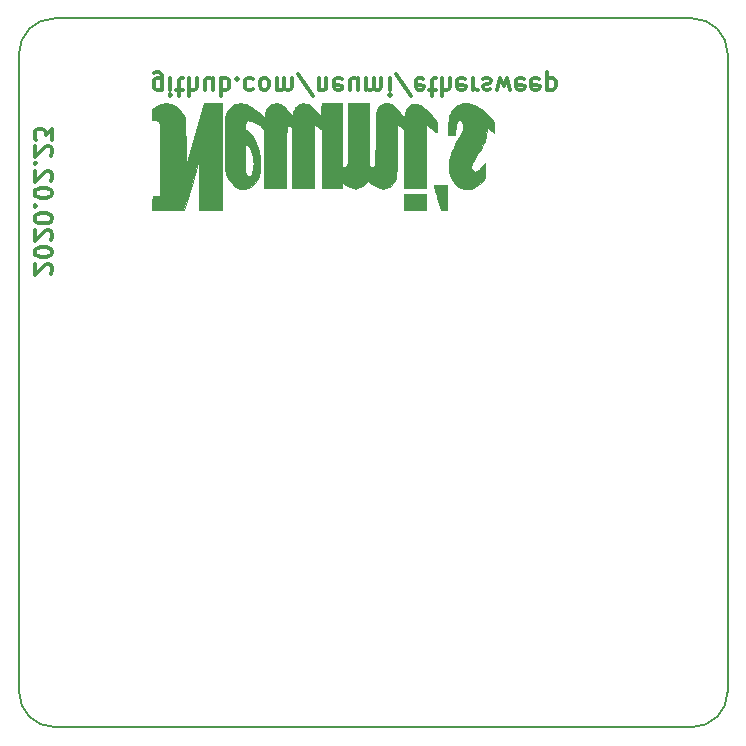
<source format=gbr>
%TF.GenerationSoftware,KiCad,Pcbnew,(5.0.1-3-g963ef8bb5)*%
%TF.CreationDate,2020-02-23T21:28:53+01:00*%
%TF.ProjectId,ethersweep,657468657273776565702E6B69636164,rev?*%
%TF.SameCoordinates,Original*%
%TF.FileFunction,Legend,Bot*%
%TF.FilePolarity,Positive*%
%FSLAX46Y46*%
G04 Gerber Fmt 4.6, Leading zero omitted, Abs format (unit mm)*
G04 Created by KiCad (PCBNEW (5.0.1-3-g963ef8bb5)) date 2020 February 23, Sunday 21:28:53*
%MOMM*%
%LPD*%
G01*
G04 APERTURE LIST*
%ADD10C,0.300000*%
%ADD11C,0.150000*%
%ADD12C,0.200000*%
%ADD13C,0.010000*%
G04 APERTURE END LIST*
D10*
X87178571Y-91142857D02*
X87250000Y-91071428D01*
X87321428Y-90928571D01*
X87321428Y-90571428D01*
X87250000Y-90428571D01*
X87178571Y-90357142D01*
X87035714Y-90285714D01*
X86892857Y-90285714D01*
X86678571Y-90357142D01*
X85821428Y-91214285D01*
X85821428Y-90285714D01*
X87321428Y-89357142D02*
X87321428Y-89214285D01*
X87250000Y-89071428D01*
X87178571Y-89000000D01*
X87035714Y-88928571D01*
X86750000Y-88857142D01*
X86392857Y-88857142D01*
X86107142Y-88928571D01*
X85964285Y-89000000D01*
X85892857Y-89071428D01*
X85821428Y-89214285D01*
X85821428Y-89357142D01*
X85892857Y-89500000D01*
X85964285Y-89571428D01*
X86107142Y-89642857D01*
X86392857Y-89714285D01*
X86750000Y-89714285D01*
X87035714Y-89642857D01*
X87178571Y-89571428D01*
X87250000Y-89500000D01*
X87321428Y-89357142D01*
X87178571Y-88285714D02*
X87250000Y-88214285D01*
X87321428Y-88071428D01*
X87321428Y-87714285D01*
X87250000Y-87571428D01*
X87178571Y-87500000D01*
X87035714Y-87428571D01*
X86892857Y-87428571D01*
X86678571Y-87500000D01*
X85821428Y-88357142D01*
X85821428Y-87428571D01*
X87321428Y-86500000D02*
X87321428Y-86357142D01*
X87250000Y-86214285D01*
X87178571Y-86142857D01*
X87035714Y-86071428D01*
X86750000Y-86000000D01*
X86392857Y-86000000D01*
X86107142Y-86071428D01*
X85964285Y-86142857D01*
X85892857Y-86214285D01*
X85821428Y-86357142D01*
X85821428Y-86500000D01*
X85892857Y-86642857D01*
X85964285Y-86714285D01*
X86107142Y-86785714D01*
X86392857Y-86857142D01*
X86750000Y-86857142D01*
X87035714Y-86785714D01*
X87178571Y-86714285D01*
X87250000Y-86642857D01*
X87321428Y-86500000D01*
X85964285Y-85357142D02*
X85892857Y-85285714D01*
X85821428Y-85357142D01*
X85892857Y-85428571D01*
X85964285Y-85357142D01*
X85821428Y-85357142D01*
X87321428Y-84357142D02*
X87321428Y-84214285D01*
X87250000Y-84071428D01*
X87178571Y-84000000D01*
X87035714Y-83928571D01*
X86750000Y-83857142D01*
X86392857Y-83857142D01*
X86107142Y-83928571D01*
X85964285Y-84000000D01*
X85892857Y-84071428D01*
X85821428Y-84214285D01*
X85821428Y-84357142D01*
X85892857Y-84500000D01*
X85964285Y-84571428D01*
X86107142Y-84642857D01*
X86392857Y-84714285D01*
X86750000Y-84714285D01*
X87035714Y-84642857D01*
X87178571Y-84571428D01*
X87250000Y-84500000D01*
X87321428Y-84357142D01*
X87178571Y-83285714D02*
X87250000Y-83214285D01*
X87321428Y-83071428D01*
X87321428Y-82714285D01*
X87250000Y-82571428D01*
X87178571Y-82500000D01*
X87035714Y-82428571D01*
X86892857Y-82428571D01*
X86678571Y-82500000D01*
X85821428Y-83357142D01*
X85821428Y-82428571D01*
X85964285Y-81785714D02*
X85892857Y-81714285D01*
X85821428Y-81785714D01*
X85892857Y-81857142D01*
X85964285Y-81785714D01*
X85821428Y-81785714D01*
X87178571Y-81142857D02*
X87250000Y-81071428D01*
X87321428Y-80928571D01*
X87321428Y-80571428D01*
X87250000Y-80428571D01*
X87178571Y-80357142D01*
X87035714Y-80285714D01*
X86892857Y-80285714D01*
X86678571Y-80357142D01*
X85821428Y-81214285D01*
X85821428Y-80285714D01*
X87321428Y-79785714D02*
X87321428Y-78857142D01*
X86750000Y-79357142D01*
X86750000Y-79142857D01*
X86678571Y-79000000D01*
X86607142Y-78928571D01*
X86464285Y-78857142D01*
X86107142Y-78857142D01*
X85964285Y-78928571D01*
X85892857Y-79000000D01*
X85821428Y-79142857D01*
X85821428Y-79571428D01*
X85892857Y-79714285D01*
X85964285Y-79785714D01*
X96605397Y-75543108D02*
X96605397Y-74328822D01*
X96533968Y-74185965D01*
X96462540Y-74114537D01*
X96319683Y-74043108D01*
X96105397Y-74043108D01*
X95962540Y-74114537D01*
X96605397Y-74614537D02*
X96462540Y-74543108D01*
X96176826Y-74543108D01*
X96033968Y-74614537D01*
X95962540Y-74685965D01*
X95891111Y-74828822D01*
X95891111Y-75257394D01*
X95962540Y-75400251D01*
X96033968Y-75471680D01*
X96176826Y-75543108D01*
X96462540Y-75543108D01*
X96605397Y-75471680D01*
X97319683Y-74543108D02*
X97319683Y-75543108D01*
X97319683Y-76043108D02*
X97248254Y-75971680D01*
X97319683Y-75900251D01*
X97391111Y-75971680D01*
X97319683Y-76043108D01*
X97319683Y-75900251D01*
X97819683Y-75543108D02*
X98391111Y-75543108D01*
X98033968Y-76043108D02*
X98033968Y-74757394D01*
X98105397Y-74614537D01*
X98248254Y-74543108D01*
X98391111Y-74543108D01*
X98891111Y-74543108D02*
X98891111Y-76043108D01*
X99533968Y-74543108D02*
X99533968Y-75328822D01*
X99462540Y-75471680D01*
X99319683Y-75543108D01*
X99105397Y-75543108D01*
X98962540Y-75471680D01*
X98891111Y-75400251D01*
X100891111Y-75543108D02*
X100891111Y-74543108D01*
X100248254Y-75543108D02*
X100248254Y-74757394D01*
X100319683Y-74614537D01*
X100462540Y-74543108D01*
X100676826Y-74543108D01*
X100819683Y-74614537D01*
X100891111Y-74685965D01*
X101605397Y-74543108D02*
X101605397Y-76043108D01*
X101605397Y-75471680D02*
X101748254Y-75543108D01*
X102033968Y-75543108D01*
X102176826Y-75471680D01*
X102248254Y-75400251D01*
X102319683Y-75257394D01*
X102319683Y-74828822D01*
X102248254Y-74685965D01*
X102176826Y-74614537D01*
X102033968Y-74543108D01*
X101748254Y-74543108D01*
X101605397Y-74614537D01*
X102962540Y-74685965D02*
X103033968Y-74614537D01*
X102962540Y-74543108D01*
X102891111Y-74614537D01*
X102962540Y-74685965D01*
X102962540Y-74543108D01*
X104319683Y-74614537D02*
X104176826Y-74543108D01*
X103891111Y-74543108D01*
X103748254Y-74614537D01*
X103676826Y-74685965D01*
X103605397Y-74828822D01*
X103605397Y-75257394D01*
X103676826Y-75400251D01*
X103748254Y-75471680D01*
X103891111Y-75543108D01*
X104176826Y-75543108D01*
X104319683Y-75471680D01*
X105176826Y-74543108D02*
X105033968Y-74614537D01*
X104962540Y-74685965D01*
X104891111Y-74828822D01*
X104891111Y-75257394D01*
X104962540Y-75400251D01*
X105033968Y-75471680D01*
X105176826Y-75543108D01*
X105391111Y-75543108D01*
X105533968Y-75471680D01*
X105605397Y-75400251D01*
X105676826Y-75257394D01*
X105676826Y-74828822D01*
X105605397Y-74685965D01*
X105533968Y-74614537D01*
X105391111Y-74543108D01*
X105176826Y-74543108D01*
X106319683Y-74543108D02*
X106319683Y-75543108D01*
X106319683Y-75400251D02*
X106391111Y-75471680D01*
X106533968Y-75543108D01*
X106748254Y-75543108D01*
X106891111Y-75471680D01*
X106962540Y-75328822D01*
X106962540Y-74543108D01*
X106962540Y-75328822D02*
X107033968Y-75471680D01*
X107176826Y-75543108D01*
X107391111Y-75543108D01*
X107533968Y-75471680D01*
X107605397Y-75328822D01*
X107605397Y-74543108D01*
X109391111Y-76114537D02*
X108105397Y-74185965D01*
X109891111Y-75543108D02*
X109891111Y-74543108D01*
X109891111Y-75400251D02*
X109962540Y-75471680D01*
X110105397Y-75543108D01*
X110319683Y-75543108D01*
X110462540Y-75471680D01*
X110533968Y-75328822D01*
X110533968Y-74543108D01*
X111819683Y-74614537D02*
X111676826Y-74543108D01*
X111391111Y-74543108D01*
X111248254Y-74614537D01*
X111176826Y-74757394D01*
X111176826Y-75328822D01*
X111248254Y-75471680D01*
X111391111Y-75543108D01*
X111676826Y-75543108D01*
X111819683Y-75471680D01*
X111891111Y-75328822D01*
X111891111Y-75185965D01*
X111176826Y-75043108D01*
X113176826Y-75543108D02*
X113176826Y-74543108D01*
X112533968Y-75543108D02*
X112533968Y-74757394D01*
X112605397Y-74614537D01*
X112748254Y-74543108D01*
X112962540Y-74543108D01*
X113105397Y-74614537D01*
X113176826Y-74685965D01*
X113891111Y-74543108D02*
X113891111Y-75543108D01*
X113891111Y-75400251D02*
X113962540Y-75471680D01*
X114105397Y-75543108D01*
X114319683Y-75543108D01*
X114462540Y-75471680D01*
X114533968Y-75328822D01*
X114533968Y-74543108D01*
X114533968Y-75328822D02*
X114605397Y-75471680D01*
X114748254Y-75543108D01*
X114962540Y-75543108D01*
X115105397Y-75471680D01*
X115176826Y-75328822D01*
X115176826Y-74543108D01*
X115891111Y-74543108D02*
X115891111Y-75543108D01*
X115891111Y-76043108D02*
X115819683Y-75971680D01*
X115891111Y-75900251D01*
X115962540Y-75971680D01*
X115891111Y-76043108D01*
X115891111Y-75900251D01*
X117676826Y-76114537D02*
X116391111Y-74185965D01*
X118748254Y-74614537D02*
X118605397Y-74543108D01*
X118319683Y-74543108D01*
X118176826Y-74614537D01*
X118105397Y-74757394D01*
X118105397Y-75328822D01*
X118176826Y-75471680D01*
X118319683Y-75543108D01*
X118605397Y-75543108D01*
X118748254Y-75471680D01*
X118819683Y-75328822D01*
X118819683Y-75185965D01*
X118105397Y-75043108D01*
X119248254Y-75543108D02*
X119819683Y-75543108D01*
X119462540Y-76043108D02*
X119462540Y-74757394D01*
X119533968Y-74614537D01*
X119676826Y-74543108D01*
X119819683Y-74543108D01*
X120319683Y-74543108D02*
X120319683Y-76043108D01*
X120962540Y-74543108D02*
X120962540Y-75328822D01*
X120891111Y-75471680D01*
X120748254Y-75543108D01*
X120533968Y-75543108D01*
X120391111Y-75471680D01*
X120319683Y-75400251D01*
X122248254Y-74614537D02*
X122105397Y-74543108D01*
X121819683Y-74543108D01*
X121676826Y-74614537D01*
X121605397Y-74757394D01*
X121605397Y-75328822D01*
X121676826Y-75471680D01*
X121819683Y-75543108D01*
X122105397Y-75543108D01*
X122248254Y-75471680D01*
X122319683Y-75328822D01*
X122319683Y-75185965D01*
X121605397Y-75043108D01*
X122962540Y-74543108D02*
X122962540Y-75543108D01*
X122962540Y-75257394D02*
X123033968Y-75400251D01*
X123105397Y-75471680D01*
X123248254Y-75543108D01*
X123391111Y-75543108D01*
X123819683Y-74614537D02*
X123962540Y-74543108D01*
X124248254Y-74543108D01*
X124391111Y-74614537D01*
X124462540Y-74757394D01*
X124462540Y-74828822D01*
X124391111Y-74971680D01*
X124248254Y-75043108D01*
X124033968Y-75043108D01*
X123891111Y-75114537D01*
X123819683Y-75257394D01*
X123819683Y-75328822D01*
X123891111Y-75471680D01*
X124033968Y-75543108D01*
X124248254Y-75543108D01*
X124391111Y-75471680D01*
X124962540Y-75543108D02*
X125248254Y-74543108D01*
X125533968Y-75257394D01*
X125819683Y-74543108D01*
X126105397Y-75543108D01*
X127248254Y-74614537D02*
X127105397Y-74543108D01*
X126819683Y-74543108D01*
X126676826Y-74614537D01*
X126605397Y-74757394D01*
X126605397Y-75328822D01*
X126676826Y-75471680D01*
X126819683Y-75543108D01*
X127105397Y-75543108D01*
X127248254Y-75471680D01*
X127319683Y-75328822D01*
X127319683Y-75185965D01*
X126605397Y-75043108D01*
X128533968Y-74614537D02*
X128391111Y-74543108D01*
X128105397Y-74543108D01*
X127962540Y-74614537D01*
X127891111Y-74757394D01*
X127891111Y-75328822D01*
X127962540Y-75471680D01*
X128105397Y-75543108D01*
X128391111Y-75543108D01*
X128533968Y-75471680D01*
X128605397Y-75328822D01*
X128605397Y-75185965D01*
X127891111Y-75043108D01*
X129248254Y-75543108D02*
X129248254Y-74043108D01*
X129248254Y-75471680D02*
X129391111Y-75543108D01*
X129676826Y-75543108D01*
X129819683Y-75471680D01*
X129891111Y-75400251D01*
X129962540Y-75257394D01*
X129962540Y-74828822D01*
X129891111Y-74685965D01*
X129819683Y-74614537D01*
X129676826Y-74543108D01*
X129391111Y-74543108D01*
X129248254Y-74614537D01*
D11*
X84500000Y-72500000D02*
G75*
G02X87500000Y-69500000I3000000J0D01*
G01*
X87500000Y-129500000D02*
G75*
G02X84500000Y-126500000I0J3000000D01*
G01*
X144500000Y-126500000D02*
G75*
G02X141500000Y-129500000I-3000000J0D01*
G01*
X141500000Y-69500000D02*
G75*
G02X144500000Y-72500000I0J-3000000D01*
G01*
D12*
X84500000Y-126500000D02*
X84500000Y-72500000D01*
X141500000Y-129500000D02*
X87500000Y-129500000D01*
X144500000Y-72500000D02*
X144500000Y-126500000D01*
X87500000Y-69500000D02*
X141500000Y-69500000D01*
D13*
G36*
X118953475Y-85049080D02*
X118944293Y-84380213D01*
X118044545Y-84371205D01*
X117804167Y-84369644D01*
X117586274Y-84369845D01*
X117399964Y-84371670D01*
X117254337Y-84374980D01*
X117158492Y-84379634D01*
X117121678Y-84385316D01*
X117114511Y-84424878D01*
X117108249Y-84521368D01*
X117103258Y-84663985D01*
X117099909Y-84841925D01*
X117098569Y-85044388D01*
X117098559Y-85063191D01*
X117098559Y-85717946D01*
X118030608Y-85717946D01*
X118962658Y-85717947D01*
X118953475Y-85049080D01*
X118953475Y-85049080D01*
G37*
X118953475Y-85049080D02*
X118944293Y-84380213D01*
X118044545Y-84371205D01*
X117804167Y-84369644D01*
X117586274Y-84369845D01*
X117399964Y-84371670D01*
X117254337Y-84374980D01*
X117158492Y-84379634D01*
X117121678Y-84385316D01*
X117114511Y-84424878D01*
X117108249Y-84521368D01*
X117103258Y-84663985D01*
X117099909Y-84841925D01*
X117098569Y-85044388D01*
X117098559Y-85063191D01*
X117098559Y-85717946D01*
X118030608Y-85717946D01*
X118962658Y-85717947D01*
X118953475Y-85049080D01*
G36*
X120722293Y-83618213D02*
X120163493Y-83618213D01*
X119977524Y-83619418D01*
X119817768Y-83622751D01*
X119695387Y-83627794D01*
X119621541Y-83634125D01*
X119604693Y-83639244D01*
X119614127Y-83675648D01*
X119640870Y-83768960D01*
X119682582Y-83911268D01*
X119736923Y-84094659D01*
X119801554Y-84311219D01*
X119874134Y-84553037D01*
X119915137Y-84689110D01*
X120225582Y-85717946D01*
X120722293Y-85717946D01*
X120722293Y-83618213D01*
X120722293Y-83618213D01*
G37*
X120722293Y-83618213D02*
X120163493Y-83618213D01*
X119977524Y-83619418D01*
X119817768Y-83622751D01*
X119695387Y-83627794D01*
X119621541Y-83634125D01*
X119604693Y-83639244D01*
X119614127Y-83675648D01*
X119640870Y-83768960D01*
X119682582Y-83911268D01*
X119736923Y-84094659D01*
X119801554Y-84311219D01*
X119874134Y-84553037D01*
X119915137Y-84689110D01*
X120225582Y-85717946D01*
X120722293Y-85717946D01*
X120722293Y-83618213D01*
G36*
X122808749Y-83905653D02*
X123095341Y-83791269D01*
X123202888Y-83731287D01*
X123390610Y-83602067D01*
X123578503Y-83445683D01*
X123746141Y-83280625D01*
X123873100Y-83125384D01*
X123874577Y-83123245D01*
X123975030Y-82977241D01*
X123965795Y-82363380D01*
X123956559Y-81749518D01*
X123738227Y-82026774D01*
X123563908Y-82229957D01*
X123408171Y-82370917D01*
X123267049Y-82451298D01*
X123136575Y-82472746D01*
X123012782Y-82436906D01*
X122915693Y-82367916D01*
X122854868Y-82308293D01*
X122822055Y-82252236D01*
X122809116Y-82176089D01*
X122807917Y-82056200D01*
X122807937Y-82054650D01*
X122810811Y-81969551D01*
X122819789Y-81893019D01*
X122839077Y-81816404D01*
X122872883Y-81731056D01*
X122925412Y-81628326D01*
X123000871Y-81499564D01*
X123103466Y-81336122D01*
X123237405Y-81129349D01*
X123317429Y-81007031D01*
X123521171Y-80689016D01*
X123686277Y-80413063D01*
X123816896Y-80168726D01*
X123917178Y-79945556D01*
X123991271Y-79733106D01*
X124043325Y-79520930D01*
X124077489Y-79298580D01*
X124097913Y-79055608D01*
X124098823Y-79039586D01*
X124118912Y-78677359D01*
X124413749Y-78929520D01*
X124532356Y-79029416D01*
X124632182Y-79110602D01*
X124702133Y-79164245D01*
X124730506Y-79181680D01*
X124738672Y-79149914D01*
X124745458Y-79063014D01*
X124750233Y-78933573D01*
X124752370Y-78774187D01*
X124752426Y-78742826D01*
X124752426Y-78303973D01*
X124469600Y-77972360D01*
X124118930Y-77595738D01*
X123760970Y-77278776D01*
X123398640Y-77023589D01*
X123034857Y-76832295D01*
X122756556Y-76730156D01*
X122536272Y-76688708D01*
X122288979Y-76680634D01*
X122046377Y-76705535D01*
X121900774Y-76740936D01*
X121643627Y-76844844D01*
X121433435Y-76981538D01*
X121258381Y-77161438D01*
X121106647Y-77394962D01*
X121062407Y-77480054D01*
X120949556Y-77761294D01*
X120870960Y-78083625D01*
X120825746Y-78452643D01*
X120813041Y-78873943D01*
X120816744Y-79054680D01*
X120826530Y-79351013D01*
X121423765Y-79351013D01*
X121441949Y-79003880D01*
X121472651Y-78712944D01*
X121530837Y-78473477D01*
X121615149Y-78290089D01*
X121675008Y-78211744D01*
X121771405Y-78143016D01*
X121865977Y-78135615D01*
X121952823Y-78183256D01*
X122026038Y-78279657D01*
X122079721Y-78418533D01*
X122107967Y-78593601D01*
X122110826Y-78675677D01*
X122109711Y-78735607D01*
X122104242Y-78792214D01*
X122091230Y-78853098D01*
X122067487Y-78925854D01*
X122029823Y-79018080D01*
X121975050Y-79137374D01*
X121899980Y-79291333D01*
X121801425Y-79487555D01*
X121676195Y-79733636D01*
X121623557Y-79836698D01*
X121454455Y-80169481D01*
X121314490Y-80450440D01*
X121200817Y-80687461D01*
X121110590Y-80888426D01*
X121040965Y-81061221D01*
X120989096Y-81213729D01*
X120952140Y-81353836D01*
X120927250Y-81489424D01*
X120911582Y-81628379D01*
X120902292Y-81778584D01*
X120899760Y-81842556D01*
X120900260Y-82208874D01*
X120932252Y-82524634D01*
X120999610Y-82801126D01*
X121106209Y-83049641D01*
X121255924Y-83281468D01*
X121452629Y-83507898D01*
X121481282Y-83536953D01*
X121622112Y-83672619D01*
X121736043Y-83767766D01*
X121839155Y-83834222D01*
X121947528Y-83883818D01*
X121958426Y-83887986D01*
X122230364Y-83955261D01*
X122517114Y-83960733D01*
X122808749Y-83905653D01*
X122808749Y-83905653D01*
G37*
X122808749Y-83905653D02*
X123095341Y-83791269D01*
X123202888Y-83731287D01*
X123390610Y-83602067D01*
X123578503Y-83445683D01*
X123746141Y-83280625D01*
X123873100Y-83125384D01*
X123874577Y-83123245D01*
X123975030Y-82977241D01*
X123965795Y-82363380D01*
X123956559Y-81749518D01*
X123738227Y-82026774D01*
X123563908Y-82229957D01*
X123408171Y-82370917D01*
X123267049Y-82451298D01*
X123136575Y-82472746D01*
X123012782Y-82436906D01*
X122915693Y-82367916D01*
X122854868Y-82308293D01*
X122822055Y-82252236D01*
X122809116Y-82176089D01*
X122807917Y-82056200D01*
X122807937Y-82054650D01*
X122810811Y-81969551D01*
X122819789Y-81893019D01*
X122839077Y-81816404D01*
X122872883Y-81731056D01*
X122925412Y-81628326D01*
X123000871Y-81499564D01*
X123103466Y-81336122D01*
X123237405Y-81129349D01*
X123317429Y-81007031D01*
X123521171Y-80689016D01*
X123686277Y-80413063D01*
X123816896Y-80168726D01*
X123917178Y-79945556D01*
X123991271Y-79733106D01*
X124043325Y-79520930D01*
X124077489Y-79298580D01*
X124097913Y-79055608D01*
X124098823Y-79039586D01*
X124118912Y-78677359D01*
X124413749Y-78929520D01*
X124532356Y-79029416D01*
X124632182Y-79110602D01*
X124702133Y-79164245D01*
X124730506Y-79181680D01*
X124738672Y-79149914D01*
X124745458Y-79063014D01*
X124750233Y-78933573D01*
X124752370Y-78774187D01*
X124752426Y-78742826D01*
X124752426Y-78303973D01*
X124469600Y-77972360D01*
X124118930Y-77595738D01*
X123760970Y-77278776D01*
X123398640Y-77023589D01*
X123034857Y-76832295D01*
X122756556Y-76730156D01*
X122536272Y-76688708D01*
X122288979Y-76680634D01*
X122046377Y-76705535D01*
X121900774Y-76740936D01*
X121643627Y-76844844D01*
X121433435Y-76981538D01*
X121258381Y-77161438D01*
X121106647Y-77394962D01*
X121062407Y-77480054D01*
X120949556Y-77761294D01*
X120870960Y-78083625D01*
X120825746Y-78452643D01*
X120813041Y-78873943D01*
X120816744Y-79054680D01*
X120826530Y-79351013D01*
X121423765Y-79351013D01*
X121441949Y-79003880D01*
X121472651Y-78712944D01*
X121530837Y-78473477D01*
X121615149Y-78290089D01*
X121675008Y-78211744D01*
X121771405Y-78143016D01*
X121865977Y-78135615D01*
X121952823Y-78183256D01*
X122026038Y-78279657D01*
X122079721Y-78418533D01*
X122107967Y-78593601D01*
X122110826Y-78675677D01*
X122109711Y-78735607D01*
X122104242Y-78792214D01*
X122091230Y-78853098D01*
X122067487Y-78925854D01*
X122029823Y-79018080D01*
X121975050Y-79137374D01*
X121899980Y-79291333D01*
X121801425Y-79487555D01*
X121676195Y-79733636D01*
X121623557Y-79836698D01*
X121454455Y-80169481D01*
X121314490Y-80450440D01*
X121200817Y-80687461D01*
X121110590Y-80888426D01*
X121040965Y-81061221D01*
X120989096Y-81213729D01*
X120952140Y-81353836D01*
X120927250Y-81489424D01*
X120911582Y-81628379D01*
X120902292Y-81778584D01*
X120899760Y-81842556D01*
X120900260Y-82208874D01*
X120932252Y-82524634D01*
X120999610Y-82801126D01*
X121106209Y-83049641D01*
X121255924Y-83281468D01*
X121452629Y-83507898D01*
X121481282Y-83536953D01*
X121622112Y-83672619D01*
X121736043Y-83767766D01*
X121839155Y-83834222D01*
X121947528Y-83883818D01*
X121958426Y-83887986D01*
X122230364Y-83955261D01*
X122517114Y-83960733D01*
X122808749Y-83905653D01*
G36*
X103603523Y-83937050D02*
X103716260Y-83924252D01*
X103817205Y-83895387D01*
X103934278Y-83844294D01*
X103976008Y-83824058D01*
X104245422Y-83654819D01*
X104476568Y-83432160D01*
X104665656Y-83160962D01*
X104808899Y-82846105D01*
X104858645Y-82686880D01*
X104888393Y-82534643D01*
X104911346Y-82332412D01*
X104926936Y-82097640D01*
X104934592Y-81847780D01*
X104933746Y-81600286D01*
X104923829Y-81372608D01*
X104907071Y-81201950D01*
X104836966Y-80826838D01*
X104730165Y-80442045D01*
X104593998Y-80068583D01*
X104435800Y-79727463D01*
X104324734Y-79533198D01*
X104199873Y-79360179D01*
X104052289Y-79196544D01*
X103898710Y-79058817D01*
X103755860Y-78963516D01*
X103739924Y-78955568D01*
X103619626Y-78898201D01*
X103619626Y-78666320D01*
X103635289Y-78455937D01*
X103681037Y-78295213D01*
X103755004Y-78189605D01*
X103791051Y-78164560D01*
X103915237Y-78134500D01*
X104076494Y-78152950D01*
X104267860Y-78216951D01*
X104482371Y-78323548D01*
X104713063Y-78469784D01*
X104952973Y-78652703D01*
X104965826Y-78663375D01*
X105279093Y-78924606D01*
X105279093Y-83855280D01*
X107141759Y-83855280D01*
X107141759Y-80837410D01*
X107141971Y-80407665D01*
X107142714Y-80036939D01*
X107144307Y-79720876D01*
X107147070Y-79455119D01*
X107151320Y-79235312D01*
X107157378Y-79057096D01*
X107165562Y-78916116D01*
X107176192Y-78808015D01*
X107189586Y-78728436D01*
X107206063Y-78673021D01*
X107225943Y-78637415D01*
X107249543Y-78617260D01*
X107277185Y-78608199D01*
X107309185Y-78605877D01*
X107341262Y-78605946D01*
X107436779Y-78627094D01*
X107526659Y-78676138D01*
X107615893Y-78746329D01*
X107615893Y-83855280D01*
X109478559Y-83855280D01*
X109478559Y-81198745D01*
X109478879Y-80780703D01*
X109479807Y-80382486D01*
X109481292Y-80009256D01*
X109483285Y-79666173D01*
X109485737Y-79358397D01*
X109488597Y-79091088D01*
X109491816Y-78869408D01*
X109495344Y-78698515D01*
X109499132Y-78583571D01*
X109503129Y-78529736D01*
X109504295Y-78526305D01*
X109562834Y-78526998D01*
X109657606Y-78570662D01*
X109778176Y-78651181D01*
X109914107Y-78762436D01*
X109927292Y-78774249D01*
X110122026Y-78950031D01*
X110122026Y-83889147D01*
X111815359Y-83889147D01*
X111815359Y-83635146D01*
X111817833Y-83513730D01*
X111824377Y-83423915D01*
X111833675Y-83382254D01*
X111835562Y-83381146D01*
X111869619Y-83401855D01*
X111938049Y-83455757D01*
X112013362Y-83520141D01*
X112239073Y-83685027D01*
X112488293Y-83807830D01*
X112745900Y-83883533D01*
X112996770Y-83907121D01*
X113139821Y-83893812D01*
X113399085Y-83817735D01*
X113631195Y-83689702D01*
X113824518Y-83517881D01*
X113965531Y-83314112D01*
X114019802Y-83209164D01*
X114259741Y-83428153D01*
X114524263Y-83636454D01*
X114793374Y-83786091D01*
X115061618Y-83877170D01*
X115323540Y-83909801D01*
X115573686Y-83884093D01*
X115806600Y-83800152D01*
X116016826Y-83658089D01*
X116198911Y-83458010D01*
X116245974Y-83388677D01*
X116289311Y-83320262D01*
X116326653Y-83257870D01*
X116358472Y-83196104D01*
X116385239Y-83129567D01*
X116407424Y-83052860D01*
X116425499Y-82960588D01*
X116439934Y-82847353D01*
X116451201Y-82707757D01*
X116459770Y-82536403D01*
X116466113Y-82327894D01*
X116470700Y-82076833D01*
X116474003Y-81777822D01*
X116476492Y-81425465D01*
X116478639Y-81014363D01*
X116480109Y-80705680D01*
X116482143Y-80329417D01*
X116484530Y-79972741D01*
X116487201Y-79641497D01*
X116490087Y-79341529D01*
X116493119Y-79078682D01*
X116496228Y-78858799D01*
X116499344Y-78687725D01*
X116502400Y-78571305D01*
X116505326Y-78515383D01*
X116505996Y-78511629D01*
X116543911Y-78490812D01*
X116623077Y-78522125D01*
X116742321Y-78604890D01*
X116900474Y-78738432D01*
X116903826Y-78741436D01*
X117098559Y-78916164D01*
X117098559Y-83889147D01*
X118961226Y-83889147D01*
X118961226Y-81219324D01*
X118961489Y-80800060D01*
X118962251Y-80400496D01*
X118963470Y-80025793D01*
X118965107Y-79681111D01*
X118967121Y-79371612D01*
X118969471Y-79102457D01*
X118972116Y-78878806D01*
X118975015Y-78705820D01*
X118978129Y-78588661D01*
X118981415Y-78532489D01*
X118982453Y-78528275D01*
X119031103Y-78526151D01*
X119120942Y-78570557D01*
X119247134Y-78658331D01*
X119404838Y-78786312D01*
X119486159Y-78857393D01*
X119638458Y-78994621D01*
X119745261Y-79087751D01*
X119814540Y-79134263D01*
X119854267Y-79131640D01*
X119872416Y-79077364D01*
X119876958Y-78968917D01*
X119875865Y-78803780D01*
X119875626Y-78734377D01*
X119875626Y-78278780D01*
X119524009Y-77841230D01*
X119275052Y-77542825D01*
X119042353Y-77286716D01*
X118829951Y-77076832D01*
X118641884Y-76917106D01*
X118482190Y-76811468D01*
X118449127Y-76794876D01*
X118218052Y-76720644D01*
X117991586Y-76711297D01*
X117776349Y-76764017D01*
X117578959Y-76875985D01*
X117406034Y-77044384D01*
X117264194Y-77266394D01*
X117244260Y-77307933D01*
X117192811Y-77444577D01*
X117153874Y-77592018D01*
X117143356Y-77655066D01*
X117127348Y-77752402D01*
X117108491Y-77814729D01*
X117097657Y-77827013D01*
X117066306Y-77802425D01*
X117004282Y-77736767D01*
X116922800Y-77642195D01*
X116886798Y-77598413D01*
X116691766Y-77369738D01*
X116497370Y-77163424D01*
X116312585Y-76987965D01*
X116146384Y-76851857D01*
X116007741Y-76763594D01*
X116001840Y-76760661D01*
X115888737Y-76710457D01*
X115791527Y-76684393D01*
X115680297Y-76676981D01*
X115565254Y-76680584D01*
X115424629Y-76691651D01*
X115325657Y-76712945D01*
X115242297Y-76752379D01*
X115172584Y-76799923D01*
X115011641Y-76941971D01*
X114886866Y-77111028D01*
X114787101Y-77317204D01*
X114771707Y-77356324D01*
X114758495Y-77395450D01*
X114747253Y-77439926D01*
X114737769Y-77495093D01*
X114729829Y-77566293D01*
X114723222Y-77658868D01*
X114717734Y-77778159D01*
X114713154Y-77929510D01*
X114709268Y-78118261D01*
X114705863Y-78349755D01*
X114702728Y-78629334D01*
X114699650Y-78962339D01*
X114696415Y-79354112D01*
X114694026Y-79655813D01*
X114690534Y-80096809D01*
X114687287Y-80475263D01*
X114683933Y-80796363D01*
X114680117Y-81065299D01*
X114675487Y-81287260D01*
X114669688Y-81467433D01*
X114662369Y-81611007D01*
X114653174Y-81723173D01*
X114641752Y-81809117D01*
X114627749Y-81874029D01*
X114610811Y-81923097D01*
X114590586Y-81961511D01*
X114566719Y-81994459D01*
X114538858Y-82027129D01*
X114532025Y-82034946D01*
X114461618Y-82074801D01*
X114358116Y-82093442D01*
X114253661Y-82087868D01*
X114194699Y-82066424D01*
X114186607Y-82047432D01*
X114179432Y-81998921D01*
X114173105Y-81917255D01*
X114167558Y-81798796D01*
X114162723Y-81639909D01*
X114158530Y-81436957D01*
X114154913Y-81186303D01*
X114151802Y-80884310D01*
X114149129Y-80527342D01*
X114146826Y-80111762D01*
X114144823Y-79633934D01*
X114143899Y-79366076D01*
X114135226Y-76692480D01*
X113247049Y-76683452D01*
X112358872Y-76674425D01*
X112349582Y-79240386D01*
X112347814Y-79718220D01*
X112346117Y-80133025D01*
X112344354Y-80489504D01*
X112342386Y-80792362D01*
X112340075Y-81046303D01*
X112337284Y-81256030D01*
X112333875Y-81426247D01*
X112329709Y-81561659D01*
X112324648Y-81666968D01*
X112318556Y-81746880D01*
X112311292Y-81806097D01*
X112302721Y-81849323D01*
X112292704Y-81881264D01*
X112281102Y-81906621D01*
X112270850Y-81924880D01*
X112175073Y-82044938D01*
X112067245Y-82103799D01*
X111953541Y-82098562D01*
X111925426Y-82087140D01*
X111832292Y-82042505D01*
X111823622Y-79359026D01*
X111814951Y-76675546D01*
X110123554Y-76675546D01*
X110114323Y-77284091D01*
X110105092Y-77892635D01*
X109890901Y-77626033D01*
X109681878Y-77380480D01*
X109474691Y-77164641D01*
X109277758Y-76986284D01*
X109099494Y-76853178D01*
X108982223Y-76787311D01*
X108746706Y-76712831D01*
X108512401Y-76701115D01*
X108289192Y-76749973D01*
X108086963Y-76857218D01*
X107915600Y-77020660D01*
X107912850Y-77024116D01*
X107842044Y-77133853D01*
X107771191Y-77276889D01*
X107709432Y-77430522D01*
X107665909Y-77572050D01*
X107649759Y-77677439D01*
X107643621Y-77706552D01*
X107620915Y-77703861D01*
X107575204Y-77663849D01*
X107500051Y-77580995D01*
X107401082Y-77464232D01*
X107189119Y-77220543D01*
X107002931Y-77030408D01*
X106834704Y-76888561D01*
X106676625Y-76789738D01*
X106520881Y-76728672D01*
X106359659Y-76700100D01*
X106261530Y-76696337D01*
X106081037Y-76709804D01*
X105939256Y-76751896D01*
X105905626Y-76768174D01*
X105707400Y-76908744D01*
X105542251Y-77100082D01*
X105417559Y-77330282D01*
X105340705Y-77587442D01*
X105323925Y-77706294D01*
X105302954Y-77930873D01*
X105053963Y-77679449D01*
X104874780Y-77514086D01*
X104661529Y-77342110D01*
X104429279Y-77173698D01*
X104193097Y-77019030D01*
X103968052Y-76888285D01*
X103769212Y-76791640D01*
X103699542Y-76764511D01*
X103529498Y-76721893D01*
X103331740Y-76698281D01*
X103138866Y-76696229D01*
X103014487Y-76710886D01*
X102784814Y-76786802D01*
X102559944Y-76913310D01*
X102357052Y-77077307D01*
X102193313Y-77265689D01*
X102114924Y-77397242D01*
X102077586Y-77475082D01*
X102045432Y-77547189D01*
X102018104Y-77619043D01*
X101995243Y-77696122D01*
X101976492Y-77783907D01*
X101961491Y-77887876D01*
X101949882Y-78013508D01*
X101941306Y-78166282D01*
X101935404Y-78351677D01*
X101931818Y-78575173D01*
X101930190Y-78842248D01*
X101930160Y-79158382D01*
X101931370Y-79529053D01*
X101933462Y-79959741D01*
X101934486Y-80154065D01*
X101936840Y-80589975D01*
X101939066Y-80963632D01*
X101941364Y-81280518D01*
X101941547Y-81299434D01*
X103619626Y-81299434D01*
X103620333Y-81025636D01*
X103622344Y-80774610D01*
X103625491Y-80554072D01*
X103629607Y-80371736D01*
X103634523Y-80235318D01*
X103640072Y-80152530D01*
X103645026Y-80130073D01*
X103688276Y-80146318D01*
X103761916Y-80186130D01*
X103776570Y-80194923D01*
X103915843Y-80314896D01*
X104042522Y-80492155D01*
X104153100Y-80716865D01*
X104244073Y-80979190D01*
X104311935Y-81269295D01*
X104353180Y-81577345D01*
X104364693Y-81844974D01*
X104353332Y-82113706D01*
X104320771Y-82351224D01*
X104269286Y-82547523D01*
X104201156Y-82692600D01*
X104159817Y-82744566D01*
X104045375Y-82821268D01*
X103925791Y-82834849D01*
X103812582Y-82784615D01*
X103791613Y-82766750D01*
X103747815Y-82723260D01*
X103712149Y-82677755D01*
X103683783Y-82623129D01*
X103661883Y-82552278D01*
X103645617Y-82458097D01*
X103634151Y-82333480D01*
X103626653Y-82171322D01*
X103622291Y-81964518D01*
X103620231Y-81705964D01*
X103619641Y-81388554D01*
X103619626Y-81299434D01*
X101941547Y-81299434D01*
X101943935Y-81546114D01*
X101946980Y-81765898D01*
X101950700Y-81945353D01*
X101955296Y-82089957D01*
X101960970Y-82205193D01*
X101967921Y-82296540D01*
X101976352Y-82369480D01*
X101986463Y-82429491D01*
X101998455Y-82482055D01*
X102012528Y-82532653D01*
X102022991Y-82567420D01*
X102149465Y-82903777D01*
X102311597Y-83207089D01*
X102503238Y-83469046D01*
X102718237Y-83681338D01*
X102950445Y-83835655D01*
X102968120Y-83844532D01*
X103079169Y-83894038D01*
X103179265Y-83922995D01*
X103294587Y-83936574D01*
X103451075Y-83939947D01*
X103603523Y-83937050D01*
X103603523Y-83937050D01*
G37*
X103603523Y-83937050D02*
X103716260Y-83924252D01*
X103817205Y-83895387D01*
X103934278Y-83844294D01*
X103976008Y-83824058D01*
X104245422Y-83654819D01*
X104476568Y-83432160D01*
X104665656Y-83160962D01*
X104808899Y-82846105D01*
X104858645Y-82686880D01*
X104888393Y-82534643D01*
X104911346Y-82332412D01*
X104926936Y-82097640D01*
X104934592Y-81847780D01*
X104933746Y-81600286D01*
X104923829Y-81372608D01*
X104907071Y-81201950D01*
X104836966Y-80826838D01*
X104730165Y-80442045D01*
X104593998Y-80068583D01*
X104435800Y-79727463D01*
X104324734Y-79533198D01*
X104199873Y-79360179D01*
X104052289Y-79196544D01*
X103898710Y-79058817D01*
X103755860Y-78963516D01*
X103739924Y-78955568D01*
X103619626Y-78898201D01*
X103619626Y-78666320D01*
X103635289Y-78455937D01*
X103681037Y-78295213D01*
X103755004Y-78189605D01*
X103791051Y-78164560D01*
X103915237Y-78134500D01*
X104076494Y-78152950D01*
X104267860Y-78216951D01*
X104482371Y-78323548D01*
X104713063Y-78469784D01*
X104952973Y-78652703D01*
X104965826Y-78663375D01*
X105279093Y-78924606D01*
X105279093Y-83855280D01*
X107141759Y-83855280D01*
X107141759Y-80837410D01*
X107141971Y-80407665D01*
X107142714Y-80036939D01*
X107144307Y-79720876D01*
X107147070Y-79455119D01*
X107151320Y-79235312D01*
X107157378Y-79057096D01*
X107165562Y-78916116D01*
X107176192Y-78808015D01*
X107189586Y-78728436D01*
X107206063Y-78673021D01*
X107225943Y-78637415D01*
X107249543Y-78617260D01*
X107277185Y-78608199D01*
X107309185Y-78605877D01*
X107341262Y-78605946D01*
X107436779Y-78627094D01*
X107526659Y-78676138D01*
X107615893Y-78746329D01*
X107615893Y-83855280D01*
X109478559Y-83855280D01*
X109478559Y-81198745D01*
X109478879Y-80780703D01*
X109479807Y-80382486D01*
X109481292Y-80009256D01*
X109483285Y-79666173D01*
X109485737Y-79358397D01*
X109488597Y-79091088D01*
X109491816Y-78869408D01*
X109495344Y-78698515D01*
X109499132Y-78583571D01*
X109503129Y-78529736D01*
X109504295Y-78526305D01*
X109562834Y-78526998D01*
X109657606Y-78570662D01*
X109778176Y-78651181D01*
X109914107Y-78762436D01*
X109927292Y-78774249D01*
X110122026Y-78950031D01*
X110122026Y-83889147D01*
X111815359Y-83889147D01*
X111815359Y-83635146D01*
X111817833Y-83513730D01*
X111824377Y-83423915D01*
X111833675Y-83382254D01*
X111835562Y-83381146D01*
X111869619Y-83401855D01*
X111938049Y-83455757D01*
X112013362Y-83520141D01*
X112239073Y-83685027D01*
X112488293Y-83807830D01*
X112745900Y-83883533D01*
X112996770Y-83907121D01*
X113139821Y-83893812D01*
X113399085Y-83817735D01*
X113631195Y-83689702D01*
X113824518Y-83517881D01*
X113965531Y-83314112D01*
X114019802Y-83209164D01*
X114259741Y-83428153D01*
X114524263Y-83636454D01*
X114793374Y-83786091D01*
X115061618Y-83877170D01*
X115323540Y-83909801D01*
X115573686Y-83884093D01*
X115806600Y-83800152D01*
X116016826Y-83658089D01*
X116198911Y-83458010D01*
X116245974Y-83388677D01*
X116289311Y-83320262D01*
X116326653Y-83257870D01*
X116358472Y-83196104D01*
X116385239Y-83129567D01*
X116407424Y-83052860D01*
X116425499Y-82960588D01*
X116439934Y-82847353D01*
X116451201Y-82707757D01*
X116459770Y-82536403D01*
X116466113Y-82327894D01*
X116470700Y-82076833D01*
X116474003Y-81777822D01*
X116476492Y-81425465D01*
X116478639Y-81014363D01*
X116480109Y-80705680D01*
X116482143Y-80329417D01*
X116484530Y-79972741D01*
X116487201Y-79641497D01*
X116490087Y-79341529D01*
X116493119Y-79078682D01*
X116496228Y-78858799D01*
X116499344Y-78687725D01*
X116502400Y-78571305D01*
X116505326Y-78515383D01*
X116505996Y-78511629D01*
X116543911Y-78490812D01*
X116623077Y-78522125D01*
X116742321Y-78604890D01*
X116900474Y-78738432D01*
X116903826Y-78741436D01*
X117098559Y-78916164D01*
X117098559Y-83889147D01*
X118961226Y-83889147D01*
X118961226Y-81219324D01*
X118961489Y-80800060D01*
X118962251Y-80400496D01*
X118963470Y-80025793D01*
X118965107Y-79681111D01*
X118967121Y-79371612D01*
X118969471Y-79102457D01*
X118972116Y-78878806D01*
X118975015Y-78705820D01*
X118978129Y-78588661D01*
X118981415Y-78532489D01*
X118982453Y-78528275D01*
X119031103Y-78526151D01*
X119120942Y-78570557D01*
X119247134Y-78658331D01*
X119404838Y-78786312D01*
X119486159Y-78857393D01*
X119638458Y-78994621D01*
X119745261Y-79087751D01*
X119814540Y-79134263D01*
X119854267Y-79131640D01*
X119872416Y-79077364D01*
X119876958Y-78968917D01*
X119875865Y-78803780D01*
X119875626Y-78734377D01*
X119875626Y-78278780D01*
X119524009Y-77841230D01*
X119275052Y-77542825D01*
X119042353Y-77286716D01*
X118829951Y-77076832D01*
X118641884Y-76917106D01*
X118482190Y-76811468D01*
X118449127Y-76794876D01*
X118218052Y-76720644D01*
X117991586Y-76711297D01*
X117776349Y-76764017D01*
X117578959Y-76875985D01*
X117406034Y-77044384D01*
X117264194Y-77266394D01*
X117244260Y-77307933D01*
X117192811Y-77444577D01*
X117153874Y-77592018D01*
X117143356Y-77655066D01*
X117127348Y-77752402D01*
X117108491Y-77814729D01*
X117097657Y-77827013D01*
X117066306Y-77802425D01*
X117004282Y-77736767D01*
X116922800Y-77642195D01*
X116886798Y-77598413D01*
X116691766Y-77369738D01*
X116497370Y-77163424D01*
X116312585Y-76987965D01*
X116146384Y-76851857D01*
X116007741Y-76763594D01*
X116001840Y-76760661D01*
X115888737Y-76710457D01*
X115791527Y-76684393D01*
X115680297Y-76676981D01*
X115565254Y-76680584D01*
X115424629Y-76691651D01*
X115325657Y-76712945D01*
X115242297Y-76752379D01*
X115172584Y-76799923D01*
X115011641Y-76941971D01*
X114886866Y-77111028D01*
X114787101Y-77317204D01*
X114771707Y-77356324D01*
X114758495Y-77395450D01*
X114747253Y-77439926D01*
X114737769Y-77495093D01*
X114729829Y-77566293D01*
X114723222Y-77658868D01*
X114717734Y-77778159D01*
X114713154Y-77929510D01*
X114709268Y-78118261D01*
X114705863Y-78349755D01*
X114702728Y-78629334D01*
X114699650Y-78962339D01*
X114696415Y-79354112D01*
X114694026Y-79655813D01*
X114690534Y-80096809D01*
X114687287Y-80475263D01*
X114683933Y-80796363D01*
X114680117Y-81065299D01*
X114675487Y-81287260D01*
X114669688Y-81467433D01*
X114662369Y-81611007D01*
X114653174Y-81723173D01*
X114641752Y-81809117D01*
X114627749Y-81874029D01*
X114610811Y-81923097D01*
X114590586Y-81961511D01*
X114566719Y-81994459D01*
X114538858Y-82027129D01*
X114532025Y-82034946D01*
X114461618Y-82074801D01*
X114358116Y-82093442D01*
X114253661Y-82087868D01*
X114194699Y-82066424D01*
X114186607Y-82047432D01*
X114179432Y-81998921D01*
X114173105Y-81917255D01*
X114167558Y-81798796D01*
X114162723Y-81639909D01*
X114158530Y-81436957D01*
X114154913Y-81186303D01*
X114151802Y-80884310D01*
X114149129Y-80527342D01*
X114146826Y-80111762D01*
X114144823Y-79633934D01*
X114143899Y-79366076D01*
X114135226Y-76692480D01*
X113247049Y-76683452D01*
X112358872Y-76674425D01*
X112349582Y-79240386D01*
X112347814Y-79718220D01*
X112346117Y-80133025D01*
X112344354Y-80489504D01*
X112342386Y-80792362D01*
X112340075Y-81046303D01*
X112337284Y-81256030D01*
X112333875Y-81426247D01*
X112329709Y-81561659D01*
X112324648Y-81666968D01*
X112318556Y-81746880D01*
X112311292Y-81806097D01*
X112302721Y-81849323D01*
X112292704Y-81881264D01*
X112281102Y-81906621D01*
X112270850Y-81924880D01*
X112175073Y-82044938D01*
X112067245Y-82103799D01*
X111953541Y-82098562D01*
X111925426Y-82087140D01*
X111832292Y-82042505D01*
X111823622Y-79359026D01*
X111814951Y-76675546D01*
X110123554Y-76675546D01*
X110114323Y-77284091D01*
X110105092Y-77892635D01*
X109890901Y-77626033D01*
X109681878Y-77380480D01*
X109474691Y-77164641D01*
X109277758Y-76986284D01*
X109099494Y-76853178D01*
X108982223Y-76787311D01*
X108746706Y-76712831D01*
X108512401Y-76701115D01*
X108289192Y-76749973D01*
X108086963Y-76857218D01*
X107915600Y-77020660D01*
X107912850Y-77024116D01*
X107842044Y-77133853D01*
X107771191Y-77276889D01*
X107709432Y-77430522D01*
X107665909Y-77572050D01*
X107649759Y-77677439D01*
X107643621Y-77706552D01*
X107620915Y-77703861D01*
X107575204Y-77663849D01*
X107500051Y-77580995D01*
X107401082Y-77464232D01*
X107189119Y-77220543D01*
X107002931Y-77030408D01*
X106834704Y-76888561D01*
X106676625Y-76789738D01*
X106520881Y-76728672D01*
X106359659Y-76700100D01*
X106261530Y-76696337D01*
X106081037Y-76709804D01*
X105939256Y-76751896D01*
X105905626Y-76768174D01*
X105707400Y-76908744D01*
X105542251Y-77100082D01*
X105417559Y-77330282D01*
X105340705Y-77587442D01*
X105323925Y-77706294D01*
X105302954Y-77930873D01*
X105053963Y-77679449D01*
X104874780Y-77514086D01*
X104661529Y-77342110D01*
X104429279Y-77173698D01*
X104193097Y-77019030D01*
X103968052Y-76888285D01*
X103769212Y-76791640D01*
X103699542Y-76764511D01*
X103529498Y-76721893D01*
X103331740Y-76698281D01*
X103138866Y-76696229D01*
X103014487Y-76710886D01*
X102784814Y-76786802D01*
X102559944Y-76913310D01*
X102357052Y-77077307D01*
X102193313Y-77265689D01*
X102114924Y-77397242D01*
X102077586Y-77475082D01*
X102045432Y-77547189D01*
X102018104Y-77619043D01*
X101995243Y-77696122D01*
X101976492Y-77783907D01*
X101961491Y-77887876D01*
X101949882Y-78013508D01*
X101941306Y-78166282D01*
X101935404Y-78351677D01*
X101931818Y-78575173D01*
X101930190Y-78842248D01*
X101930160Y-79158382D01*
X101931370Y-79529053D01*
X101933462Y-79959741D01*
X101934486Y-80154065D01*
X101936840Y-80589975D01*
X101939066Y-80963632D01*
X101941364Y-81280518D01*
X101941547Y-81299434D01*
X103619626Y-81299434D01*
X103620333Y-81025636D01*
X103622344Y-80774610D01*
X103625491Y-80554072D01*
X103629607Y-80371736D01*
X103634523Y-80235318D01*
X103640072Y-80152530D01*
X103645026Y-80130073D01*
X103688276Y-80146318D01*
X103761916Y-80186130D01*
X103776570Y-80194923D01*
X103915843Y-80314896D01*
X104042522Y-80492155D01*
X104153100Y-80716865D01*
X104244073Y-80979190D01*
X104311935Y-81269295D01*
X104353180Y-81577345D01*
X104364693Y-81844974D01*
X104353332Y-82113706D01*
X104320771Y-82351224D01*
X104269286Y-82547523D01*
X104201156Y-82692600D01*
X104159817Y-82744566D01*
X104045375Y-82821268D01*
X103925791Y-82834849D01*
X103812582Y-82784615D01*
X103791613Y-82766750D01*
X103747815Y-82723260D01*
X103712149Y-82677755D01*
X103683783Y-82623129D01*
X103661883Y-82552278D01*
X103645617Y-82458097D01*
X103634151Y-82333480D01*
X103626653Y-82171322D01*
X103622291Y-81964518D01*
X103620231Y-81705964D01*
X103619641Y-81388554D01*
X103619626Y-81299434D01*
X101941547Y-81299434D01*
X101943935Y-81546114D01*
X101946980Y-81765898D01*
X101950700Y-81945353D01*
X101955296Y-82089957D01*
X101960970Y-82205193D01*
X101967921Y-82296540D01*
X101976352Y-82369480D01*
X101986463Y-82429491D01*
X101998455Y-82482055D01*
X102012528Y-82532653D01*
X102022991Y-82567420D01*
X102149465Y-82903777D01*
X102311597Y-83207089D01*
X102503238Y-83469046D01*
X102718237Y-83681338D01*
X102950445Y-83835655D01*
X102968120Y-83844532D01*
X103079169Y-83894038D01*
X103179265Y-83922995D01*
X103294587Y-83936574D01*
X103451075Y-83939947D01*
X103603523Y-83937050D01*
G36*
X101689226Y-76674251D02*
X100938177Y-76683365D01*
X100187129Y-76692480D01*
X98624293Y-81975680D01*
X98606497Y-80045280D01*
X98602528Y-79630646D01*
X98598728Y-79278072D01*
X98594883Y-78981889D01*
X98590780Y-78736425D01*
X98586203Y-78536007D01*
X98580939Y-78374967D01*
X98574774Y-78247631D01*
X98567492Y-78148329D01*
X98558880Y-78071390D01*
X98548723Y-78011143D01*
X98536808Y-77961916D01*
X98526520Y-77928613D01*
X98432592Y-77687012D01*
X98319489Y-77482051D01*
X98170872Y-77286610D01*
X98077395Y-77183197D01*
X97848796Y-76975722D01*
X97607798Y-76829090D01*
X97341844Y-76736408D01*
X97218169Y-76711666D01*
X97078613Y-76690710D01*
X96974004Y-76682046D01*
X96875056Y-76685799D01*
X96752486Y-76702096D01*
X96679242Y-76713984D01*
X96520876Y-76755194D01*
X96336987Y-76825594D01*
X96152421Y-76913680D01*
X95992024Y-77007942D01*
X95907468Y-77071408D01*
X95798376Y-77166613D01*
X95791825Y-77623813D01*
X95785273Y-78081013D01*
X95898000Y-78086752D01*
X96108385Y-78116764D01*
X96265849Y-78184807D01*
X96375717Y-78294337D01*
X96440560Y-78438939D01*
X96446535Y-78494048D01*
X96451998Y-78614178D01*
X96456918Y-78796616D01*
X96461268Y-79038651D01*
X96465018Y-79337572D01*
X96468140Y-79690668D01*
X96470603Y-80095227D01*
X96472380Y-80548537D01*
X96473440Y-81047887D01*
X96473759Y-81542430D01*
X96473759Y-84530160D01*
X96143559Y-84539853D01*
X95813359Y-84549547D01*
X95804093Y-85133746D01*
X95794826Y-85717946D01*
X97141826Y-85717649D01*
X98488826Y-85717351D01*
X99115359Y-83578905D01*
X99741893Y-81440459D01*
X99750612Y-83579203D01*
X99759331Y-85717946D01*
X101689226Y-85717946D01*
X101689226Y-76674251D01*
X101689226Y-76674251D01*
G37*
X101689226Y-76674251D02*
X100938177Y-76683365D01*
X100187129Y-76692480D01*
X98624293Y-81975680D01*
X98606497Y-80045280D01*
X98602528Y-79630646D01*
X98598728Y-79278072D01*
X98594883Y-78981889D01*
X98590780Y-78736425D01*
X98586203Y-78536007D01*
X98580939Y-78374967D01*
X98574774Y-78247631D01*
X98567492Y-78148329D01*
X98558880Y-78071390D01*
X98548723Y-78011143D01*
X98536808Y-77961916D01*
X98526520Y-77928613D01*
X98432592Y-77687012D01*
X98319489Y-77482051D01*
X98170872Y-77286610D01*
X98077395Y-77183197D01*
X97848796Y-76975722D01*
X97607798Y-76829090D01*
X97341844Y-76736408D01*
X97218169Y-76711666D01*
X97078613Y-76690710D01*
X96974004Y-76682046D01*
X96875056Y-76685799D01*
X96752486Y-76702096D01*
X96679242Y-76713984D01*
X96520876Y-76755194D01*
X96336987Y-76825594D01*
X96152421Y-76913680D01*
X95992024Y-77007942D01*
X95907468Y-77071408D01*
X95798376Y-77166613D01*
X95791825Y-77623813D01*
X95785273Y-78081013D01*
X95898000Y-78086752D01*
X96108385Y-78116764D01*
X96265849Y-78184807D01*
X96375717Y-78294337D01*
X96440560Y-78438939D01*
X96446535Y-78494048D01*
X96451998Y-78614178D01*
X96456918Y-78796616D01*
X96461268Y-79038651D01*
X96465018Y-79337572D01*
X96468140Y-79690668D01*
X96470603Y-80095227D01*
X96472380Y-80548537D01*
X96473440Y-81047887D01*
X96473759Y-81542430D01*
X96473759Y-84530160D01*
X96143559Y-84539853D01*
X95813359Y-84549547D01*
X95804093Y-85133746D01*
X95794826Y-85717946D01*
X97141826Y-85717649D01*
X98488826Y-85717351D01*
X99115359Y-83578905D01*
X99741893Y-81440459D01*
X99750612Y-83579203D01*
X99759331Y-85717946D01*
X101689226Y-85717946D01*
X101689226Y-76674251D01*
M02*

</source>
